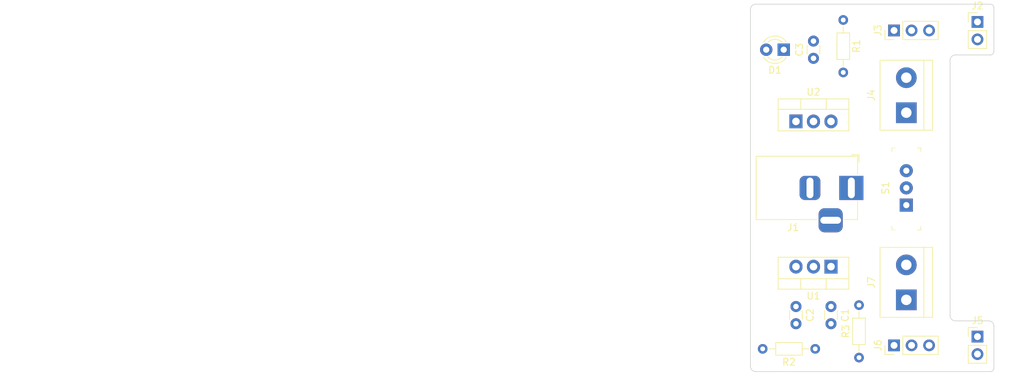
<source format=kicad_pcb>
(kicad_pcb (version 20211014) (generator pcbnew)
  (layers (0 "F.Cu" signal) (31 "B.Cu" signal) (34 "B.Paste" user) (35 "F.Paste" user) (36 "B.SilkS" user "B.Silkscreen") (37 "F.SilkS" user "F.Silkscreen") (38 "B.Mask" user) (39 "F.Mask" user) (44 "Edge.Cuts" user))
  (net 0 "")
  (net 1 "+12V")
  (net 2 "GND")
  (net 3 "+5V")
  (net 4 "+3.3V")
  (net 5 "Net-(D1-Pad1)")
  (net 6 "Net-(J1-Pad1)")
  (net 7 "/Output_1")
  (net 8 "/Output_2")
  (net 9 "/ADJ")
  (footprint "digikey-footprints:Switch_Slide_11.6x4mm_EG1218" (layer "F.Cu") (at 118.11 98.766 90)
    (fp_text reference "S1" (at 2.49 -3.02 90) (layer "F.SilkS"))
    (fp_text value "EG1218")
    (fp_line (start -3.6 2.1) (end -3.1 2.1) (layer "F.SilkS") (width 0.1))
    (fp_line (start -3.6 -2.1) (end -3.1 -2.1) (layer "F.SilkS") (width 0.1))
    (fp_line (start -3.6 -2.1) (end -3.6 -1.6) (layer "F.SilkS") (width 0.1))
    (fp_line (start 8.3 -2.1) (end 8.3 -1.6) (layer "F.SilkS") (width 0.1))
    (fp_line (start 8.3 2.1) (end 7.8 2.1) (layer "F.SilkS") (width 0.1))
    (fp_line (start 8.3 2.1) (end 8.3 1.6) (layer "F.SilkS") (width 0.1))
    (fp_line (start 8.3 -2.1) (end 7.8 -2.1) (layer "F.SilkS") (width 0.1))
    (fp_line (start -3.6 2.1) (end -3.6 1.6) (layer "F.SilkS") (width 0.1))
    (pad "1" thru_hole rect locked (at 0 0 90) (size 1.9 1.9) (drill 0.9) (layers *.Cu *.Mask) (net 1 "+12V"))
    (pad "2" thru_hole circle locked (at 2.5 0 90) (size 1.9 1.9) (drill 0.9) (layers *.Cu *.Mask) (net 6 "Net-(J1-Pad1)"))
    (pad "3" thru_hole circle locked (at 5 0 90) (size 1.9 1.9) (drill 0.9) (layers *.Cu *.Mask))
  )
  (footprint "Capacitor_THT:C_Disc_D3.0mm_W1.6mm_P2.50mm" (layer "F.Cu") (at 107.188 113.487 -90)
    (fp_text reference "C1" (at 1.25 -2.05 90) (layer "F.SilkS"))
    (fp_text value "10u")
    (fp_line (start 0.621 0.92) (end 1.879 0.92) (layer "F.SilkS") (width 0.12))
    (fp_line (start 0.621 -0.92) (end 1.879 -0.92) (layer "F.SilkS") (width 0.12))
    (pad "1" thru_hole circle (at 0 0 270) (size 1.6 1.6) (drill 0.8) (layers *.Cu *.Mask) (net 1 "+12V"))
    (pad "2" thru_hole circle (at 2.5 0 270) (size 1.6 1.6) (drill 0.8) (layers *.Cu *.Mask) (net 2 "GND"))
  )
  (footprint "Connector_PinHeader_2.54mm:PinHeader_1x02_P2.54mm_Vertical" (layer "F.Cu") (at 128.428 72.1614)
    (fp_text reference "J2" (at 0 -2.33) (layer "F.SilkS"))
    (fp_text value "Conn_01x02_Male")
    (fp_line (start -1.33 1.27) (end 1.33 1.27) (layer "F.SilkS") (width 0.12))
    (fp_line (start 1.33 1.27) (end 1.33 3.87) (layer "F.SilkS") (width 0.12))
    (fp_line (start -1.33 0) (end -1.33 -1.33) (layer "F.SilkS") (width 0.12))
    (fp_line (start -1.33 3.87) (end 1.33 3.87) (layer "F.SilkS") (width 0.12))
    (fp_line (start -1.33 -1.33) (end 0 -1.33) (layer "F.SilkS") (width 0.12))
    (fp_line (start -1.33 1.27) (end -1.33 3.87) (layer "F.SilkS") (width 0.12))
    (pad "1" thru_hole rect locked (at 0 0) (size 1.7 1.7) (drill 1) (layers *.Cu *.Mask) (net 2 "GND"))
    (pad "2" thru_hole oval locked (at 0 2.54) (size 1.7 1.7) (drill 1) (layers *.Cu *.Mask) (net 7 "/Output_1"))
  )
  (footprint "TerminalBlock:TerminalBlock_bornier-2_P5.08mm" (layer "F.Cu") (at 118.11 85.344 90)
    (fp_text reference "J4" (at 2.54 -5.08 90) (layer "F.SilkS"))
    (fp_text value "Screw_Terminal_01x02")
    (fp_line (start 7.62 -3.81) (end -2.54 -3.81) (layer "F.SilkS") (width 0.12))
    (fp_line (start -2.54 3.81) (end 7.62 3.81) (layer "F.SilkS") (width 0.12))
    (fp_line (start 7.62 2.54) (end -2.54 2.54) (layer "F.SilkS") (width 0.12))
    (fp_line (start -2.54 -3.81) (end -2.54 3.81) (layer "F.SilkS") (width 0.12))
    (fp_line (start 7.62 3.81) (end 7.62 -3.81) (layer "F.SilkS") (width 0.12))
    (pad "1" thru_hole rect (at 0 0 90) (size 3 3) (drill 1.52) (layers *.Cu *.Mask) (net 2 "GND"))
    (pad "2" thru_hole circle (at 5.08 0 90) (size 3 3) (drill 1.52) (layers *.Cu *.Mask) (net 7 "/Output_1"))
  )
  (footprint "Connector_PinHeader_2.54mm:PinHeader_1x03_P2.54mm_Vertical" (layer "F.Cu") (at 116.332 73.406 90)
    (fp_text reference "J3" (at 0 -2.33 90) (layer "F.SilkS"))
    (fp_text value "Conn_01x03_Male")
    (fp_line (start -1.33 1.27) (end 1.33 1.27) (layer "F.SilkS") (width 0.12))
    (fp_line (start -1.33 1.27) (end -1.33 6.41) (layer "F.SilkS") (width 0.12))
    (fp_line (start -1.33 6.41) (end 1.33 6.41) (layer "F.SilkS") (width 0.12))
    (fp_line (start 1.33 1.27) (end 1.33 6.41) (layer "F.SilkS") (width 0.12))
    (fp_line (start -1.33 0) (end -1.33 -1.33) (layer "F.SilkS") (width 0.12))
    (fp_line (start -1.33 -1.33) (end 0 -1.33) (layer "F.SilkS") (width 0.12))
    (pad "1" thru_hole rect (at 0 0 90) (size 1.7 1.7) (drill 1) (layers *.Cu *.Mask) (net 3 "+5V"))
    (pad "2" thru_hole oval (at 0 2.54 90) (size 1.7 1.7) (drill 1) (layers *.Cu *.Mask) (net 7 "/Output_1"))
    (pad "3" thru_hole oval (at 0 5.08 90) (size 1.7 1.7) (drill 1) (layers *.Cu *.Mask) (net 4 "+3.3V"))
  )
  (footprint "Connector_PinHeader_2.54mm:PinHeader_1x03_P2.54mm_Vertical" (layer "F.Cu") (at 116.332 119.126 90)
    (fp_text reference "J6" (at 0 -2.33 90) (layer "F.SilkS"))
    (fp_text value "Conn_01x03_Male")
    (fp_line (start -1.33 -1.33) (end 0 -1.33) (layer "F.SilkS") (width 0.12))
    (fp_line (start -1.33 1.27) (end -1.33 6.41) (layer "F.SilkS") (width 0.12))
    (fp_line (start 1.33 1.27) (end 1.33 6.41) (layer "F.SilkS") (width 0.12))
    (fp_line (start -1.33 6.41) (end 1.33 6.41) (layer "F.SilkS") (width 0.12))
    (fp_line (start -1.33 0) (end -1.33 -1.33) (layer "F.SilkS") (width 0.12))
    (fp_line (start -1.33 1.27) (end 1.33 1.27) (layer "F.SilkS") (width 0.12))
    (pad "1" thru_hole rect (at 0 0 90) (size 1.7 1.7) (drill 1) (layers *.Cu *.Mask) (net 3 "+5V"))
    (pad "2" thru_hole oval (at 0 2.54 90) (size 1.7 1.7) (drill 1) (layers *.Cu *.Mask) (net 8 "/Output_2"))
    (pad "3" thru_hole oval (at 0 5.08 90) (size 1.7 1.7) (drill 1) (layers *.Cu *.Mask) (net 4 "+3.3V"))
  )
  (footprint "Resistor_THT:R_Axial_DIN0204_L3.6mm_D1.6mm_P7.62mm_Horizontal" (layer "F.Cu") (at 104.902 119.634 180)
    (fp_text reference "R2" (at 3.81 -1.92) (layer "F.SilkS"))
    (fp_text value "330")
    (fp_line (start 6.68 0) (end 5.73 0) (layer "F.SilkS") (width 0.12))
    (fp_line (start 1.89 0.92) (end 5.73 0.92) (layer "F.SilkS") (width 0.12))
    (fp_line (start 5.73 -0.92) (end 1.89 -0.92) (layer "F.SilkS") (width 0.12))
    (fp_line (start 1.89 -0.92) (end 1.89 0.92) (layer "F.SilkS") (width 0.12))
    (fp_line (start 5.73 0.92) (end 5.73 -0.92) (layer "F.SilkS") (width 0.12))
    (fp_line (start 0.94 0) (end 1.89 0) (layer "F.SilkS") (width 0.12))
    (pad "1" thru_hole circle (at 0 0 180) (size 1.4 1.4) (drill 0.7) (layers *.Cu *.Mask) (net 4 "+3.3V"))
    (pad "2" thru_hole oval (at 7.62 0 180) (size 1.4 1.4) (drill 0.7) (layers *.Cu *.Mask) (net 9 "/ADJ"))
  )
  (footprint "Package_TO_SOT_THT:TO-220-3_Vertical" (layer "F.Cu") (at 102.108 86.614)
    (fp_text reference "U2" (at 2.54 -4.27) (layer "F.SilkS"))
    (fp_text value "LM317_TO-220")
    (fp_line (start 7.66 -3.27) (end 7.66 1.371) (layer "F.SilkS") (width 0.12))
    (fp_line (start 0.69 -3.27) (end 0.69 -1.76) (layer "F.SilkS") (width 0.12))
    (fp_line (start -2.58 1.371) (end 7.66 1.371) (layer "F.SilkS") (width 0.12))
    (fp_line (start -2.58 -1.76) (end 7.66 -1.76) (layer "F.SilkS") (width 0.12))
    (fp_line (start -2.58 -3.27) (end -2.58 1.371) (layer "F.SilkS") (width 0.12))
    (fp_line (start 4.391 -3.27) (end 4.391 -1.76) (layer "F.SilkS") (width 0.12))
    (fp_line (start -2.58 -3.27) (end 7.66 -3.27) (layer "F.SilkS") (width 0.12))
    (pad "1" thru_hole rect (at 0 0) (size 1.905 2) (drill 1.1) (layers *.Cu *.Mask) (net 9 "/ADJ"))
    (pad "2" thru_hole oval (at 2.54 0) (size 1.905 2) (drill 1.1) (layers *.Cu *.Mask) (net 4 "+3.3V"))
    (pad "3" thru_hole oval (at 5.08 0) (size 1.905 2) (drill 1.1) (layers *.Cu *.Mask) (net 1 "+12V"))
  )
  (footprint "Capacitor_THT:C_Disc_D3.0mm_W1.6mm_P2.50mm" (layer "F.Cu") (at 104.648 77.45 90)
    (fp_text reference "C3" (at 1.25 -2.05 90) (layer "F.SilkS"))
    (fp_text value "1u")
    (fp_line (start 0.621 0.92) (end 1.879 0.92) (layer "F.SilkS") (width 0.12))
    (fp_line (start 0.621 -0.92) (end 1.879 -0.92) (layer "F.SilkS") (width 0.12))
    (pad "1" thru_hole circle (at 0 0 90) (size 1.6 1.6) (drill 0.8) (layers *.Cu *.Mask) (net 4 "+3.3V"))
    (pad "2" thru_hole circle (at 2.5 0 90) (size 1.6 1.6) (drill 0.8) (layers *.Cu *.Mask) (net 2 "GND"))
  )
  (footprint "Connector_PinHeader_2.54mm:PinHeader_1x02_P2.54mm_Vertical" (layer "F.Cu") (at 128.428 117.856)
    (fp_text reference "J5" (at 0 -2.33) (layer "F.SilkS"))
    (fp_text value "Conn_01x02_Male")
    (fp_line (start -1.33 1.27) (end -1.33 3.87) (layer "F.SilkS") (width 0.12))
    (fp_line (start -1.33 0) (end -1.33 -1.33) (layer "F.SilkS") (width 0.12))
    (fp_line (start -1.33 -1.33) (end 0 -1.33) (layer "F.SilkS") (width 0.12))
    (fp_line (start 1.33 1.27) (end 1.33 3.87) (layer "F.SilkS") (width 0.12))
    (fp_line (start -1.33 3.87) (end 1.33 3.87) (layer "F.SilkS") (width 0.12))
    (fp_line (start -1.33 1.27) (end 1.33 1.27) (layer "F.SilkS") (width 0.12))
    (pad "1" thru_hole rect locked (at 0 0) (size 1.7 1.7) (drill 1) (layers *.Cu *.Mask) (net 2 "GND"))
    (pad "2" thru_hole oval locked (at 0 2.54) (size 1.7 1.7) (drill 1) (layers *.Cu *.Mask) (net 8 "/Output_2"))
  )
  (footprint "Package_TO_SOT_THT:TO-220-3_Vertical" (layer "F.Cu") (at 107.188 107.696 180)
    (fp_text reference "U1" (at 2.54 -4.27) (layer "F.SilkS"))
    (fp_text value "LM7805_TO220")
    (fp_line (start -2.58 -3.27) (end -2.58 1.371) (layer "F.SilkS") (width 0.12))
    (fp_line (start -2.58 -1.76) (end 7.66 -1.76) (layer "F.SilkS") (width 0.12))
    (fp_line (start 0.69 -3.27) (end 0.69 -1.76) (layer "F.SilkS") (width 0.12))
    (fp_line (start -2.58 -3.27) (end 7.66 -3.27) (layer "F.SilkS") (width 0.12))
    (fp_line (start 7.66 -3.27) (end 7.66 1.371) (layer "F.SilkS") (width 0.12))
    (fp_line (start -2.58 1.371) (end 7.66 1.371) (layer "F.SilkS") (width 0.12))
    (fp_line (start 4.391 -3.27) (end 4.391 -1.76) (layer "F.SilkS") (width 0.12))
    (pad "1" thru_hole rect (at 0 0 180) (size 1.905 2) (drill 1.1) (layers *.Cu *.Mask) (net 1 "+12V"))
    (pad "2" thru_hole oval (at 2.54 0 180) (size 1.905 2) (drill 1.1) (layers *.Cu *.Mask) (net 2 "GND"))
    (pad "3" thru_hole oval (at 5.08 0 180) (size 1.905 2) (drill 1.1) (layers *.Cu *.Mask) (net 3 "+5V"))
  )
  (footprint "LED_THT:LED_D3.0mm" (layer "F.Cu") (at 100.335 76.2 180)
    (fp_text reference "D1" (at 1.27 -2.96) (layer "F.SilkS"))
    (fp_text value "LED")
    (fp_line (start -0.29 -1.236) (end -0.29 -1.08) (layer "F.SilkS") (width 0.12))
    (fp_line (start -0.29 1.08) (end -0.29 1.236) (layer "F.SilkS") (width 0.12))
    (fp_arc (start -0.29 -1.235516) (mid 1.366487 -1.987659) (end 2.942335 -1.078608) (layer "F.SilkS") (width 0.12))
    (fp_arc (start 0.229039 -1.08) (mid 1.270117 -1.5) (end 2.31113 -1.079837) (layer "F.SilkS") (width 0.12))
    (fp_arc (start 2.942335 1.078608) (mid 1.366487 1.987659) (end -0.29 1.235516) (layer "F.SilkS") (width 0.12))
    (fp_arc (start 2.31113 1.079837) (mid 1.270117 1.5) (end 0.229039 1.08) (layer "F.SilkS") (width 0.12))
    (pad "1" thru_hole rect (at 0 0 180) (size 1.8 1.8) (drill 0.9) (layers *.Cu *.Mask) (net 5 "Net-(D1-Pad1)"))
    (pad "2" thru_hole circle (at 2.54 0 180) (size 1.8 1.8) (drill 0.9) (layers *.Cu *.Mask) (net 1 "+12V"))
  )
  (footprint "TerminalBlock:TerminalBlock_bornier-2_P5.08mm" (layer "F.Cu") (at 118.11 112.522 90)
    (fp_text reference "J7" (at 2.54 -5.08 90) (layer "F.SilkS"))
    (fp_text value "Screw_Terminal_01x02")
    (fp_line (start -2.54 3.81) (end 7.62 3.81) (layer "F.SilkS") (width 0.12))
    (fp_line (start 7.62 -3.81) (end -2.54 -3.81) (layer "F.SilkS") (width 0.12))
    (fp_line (start 7.62 2.54) (end -2.54 2.54) (layer "F.SilkS") (width 0.12))
    (fp_line (start -2.54 -3.81) (end -2.54 3.81) (layer "F.SilkS") (width 0.12))
    (fp_line (start 7.62 3.81) (end 7.62 -3.81) (layer "F.SilkS") (width 0.12))
    (pad "1" thru_hole rect (at 0 0 90) (size 3 3) (drill 1.52) (layers *.Cu *.Mask) (net 2 "GND"))
    (pad "2" thru_hole circle (at 5.08 0 90) (size 3 3) (drill 1.52) (layers *.Cu *.Mask) (net 8 "/Output_2"))
  )
  (footprint "Resistor_THT:R_Axial_DIN0204_L3.6mm_D1.6mm_P7.62mm_Horizontal" (layer "F.Cu") (at 111.252 120.904 90)
    (fp_text reference "R3" (at 3.81 -1.92 90) (layer "F.SilkS"))
    (fp_text value "560")
    (fp_line (start 6.68 0) (end 5.73 0) (layer "F.SilkS") (width 0.12))
    (fp_line (start 5.73 0.92) (end 5.73 -0.92) (layer "F.SilkS") (width 0.12))
    (fp_line (start 5.73 -0.92) (end 1.89 -0.92) (layer "F.SilkS") (width 0.12))
    (fp_line (start 0.94 0) (end 1.89 0) (layer "F.SilkS") (width 0.12))
    (fp_line (start 1.89 -0.92) (end 1.89 0.92) (layer "F.SilkS") (width 0.12))
    (fp_line (start 1.89 0.92) (end 5.73 0.92) (layer "F.SilkS") (width 0.12))
    (pad "1" thru_hole circle (at 0 0 90) (size 1.4 1.4) (drill 0.7) (layers *.Cu *.Mask) (net 9 "/ADJ"))
    (pad "2" thru_hole oval (at 7.62 0 90) (size 1.4 1.4) (drill 0.7) (layers *.Cu *.Mask) (net 2 "GND"))
  )
  (footprint "Capacitor_THT:C_Disc_D3.0mm_W1.6mm_P2.50mm" (layer "F.Cu") (at 102.108 113.487 -90)
    (fp_text reference "C2" (at 1.25 -2.05 90) (layer "F.SilkS"))
    (fp_text value "0.1u")
    (fp_line (start 0.621 0.92) (end 1.879 0.92) (layer "F.SilkS") (width 0.12))
    (fp_line (start 0.621 -0.92) (end 1.879 -0.92) (layer "F.SilkS") (width 0.12))
    (pad "1" thru_hole circle (at 0 0 270) (size 1.6 1.6) (drill 0.8) (layers *.Cu *.Mask) (net 3 "+5V"))
    (pad "2" thru_hole circle (at 2.5 0 270) (size 1.6 1.6) (drill 0.8) (layers *.Cu *.Mask) (net 2 "GND"))
  )
  (footprint "Connector_BarrelJack:BarrelJack_Horizontal" (layer "F.Cu") (at 110.14 96.266)
    (fp_text reference "J1" (at -8.45 5.75) (layer "F.SilkS"))
    (fp_text value "Barrel_Jack_Switch")
    (fp_line (start -13.8 -4.6) (end 0.9 -4.6) (layer "F.SilkS") (width 0.12))
    (fp_line (start -13.8 4.6) (end -13.8 -4.6) (layer "F.SilkS") (width 0.12))
    (fp_line (start 0.9 -4.6) (end 0.9 -2) (layer "F.SilkS") (width 0.12))
    (fp_line (start 0.05 -4.8) (end 1.1 -4.8) (layer "F.SilkS") (width 0.12))
    (fp_line (start -5 4.6) (end -13.8 4.6) (layer "F.SilkS") (width 0.12))
    (fp_line (start 0.9 1.9) (end 0.9 4.6) (layer "F.SilkS") (width 0.12))
    (fp_line (start 1.1 -3.75) (end 1.1 -4.8) (layer "F.SilkS") (width 0.12))
    (fp_line (start 0.9 4.6) (end -1 4.6) (layer "F.SilkS") (width 0.12))
    (pad "1" thru_hole rect (at 0 0) (size 3.5 3.5) (drill oval 1 3) (layers *.Cu *.Mask) (net 6 "Net-(J1-Pad1)"))
    (pad "2" thru_hole roundrect (at -6 0) (size 3 3.5) (drill oval 1 3) (layers *.Cu *.Mask) (net 2 "GND"))
    (pad "3" thru_hole roundrect (at -3 4.7) (size 3.5 3.5) (drill oval 3 1) (layers *.Cu *.Mask) (net 2 "GND"))
  )
  (footprint "Resistor_THT:R_Axial_DIN0204_L3.6mm_D1.6mm_P7.62mm_Horizontal" (layer "F.Cu") (at 108.966 71.882 -90)
    (fp_text reference "R1" (at 3.81 -1.92 90) (layer "F.SilkS"))
    (fp_text value "330")
    (fp_line (start 6.68 0) (end 5.73 0) (layer "F.SilkS") (width 0.12))
    (fp_line (start 5.73 0.92) (end 5.73 -0.92) (layer "F.SilkS") (width 0.12))
    (fp_line (start 1.89 0.92) (end 5.73 0.92) (layer "F.SilkS") (width 0.12))
    (fp_line (start 5.73 -0.92) (end 1.89 -0.92) (layer "F.SilkS") (width 0.12))
    (fp_line (start 1.89 -0.92) (end 1.89 0.92) (layer "F.SilkS") (width 0.12))
    (fp_line (start 0.94 0) (end 1.89 0) (layer "F.SilkS") (width 0.12))
    (pad "1" thru_hole circle (at 0 0 270) (size 1.4 1.4) (drill 0.7) (layers *.Cu *.Mask) (net 5 "Net-(D1-Pad1)"))
    (pad "2" thru_hole oval (at 7.62 0 270) (size 1.4 1.4) (drill 0.7) (layers *.Cu *.Mask) (net 2 "GND"))
  )
  (gr_line (start 130.81 70.104) (end 130.81 76.454) (layer "Edge.Cuts") (width 0.1))
  (gr_arc (start 125.222 115.57) (mid 124.683185 115.346815) (end 124.46 114.808) (layer "Edge.Cuts") (width 0.1))
  (gr_line (start 95.504 70.358) (end 95.504 122.174) (layer "Edge.Cuts") (width 0.1))
  (gr_line (start 130.81 122.428) (end 130.81 116.332) (layer "Edge.Cuts") (width 0.1))
  (gr_arc (start 130.81 76.454) (mid 130.66121 76.81321) (end 130.302 76.962) (layer "Edge.Cuts") (width 0.1))
  (gr_arc (start 96.266 122.936) (mid 95.727185 122.712815) (end 95.504 122.174) (layer "Edge.Cuts") (width 0.1))
  (gr_arc (start 130.81 122.428) (mid 130.66121 122.78721) (end 130.302 122.936) (layer "Edge.Cuts") (width 0.1))
  (gr_line (start 130.048 115.57) (end 125.222 115.57) (layer "Edge.Cuts") (width 0.1))
  (gr_arc (start 124.46 77.724) (mid 124.683185 77.185185) (end 125.222 76.962) (layer "Edge.Cuts") (width 0.1))
  (gr_line (start 96.266 122.936) (end 130.302 122.936) (layer "Edge.Cuts") (width 0.1))
  (gr_line (start 124.46 114.808) (end 124.46 77.724) (layer "Edge.Cuts") (width 0.1))
  (gr_line (start 130.302 69.596) (end 96.266 69.596) (layer "Edge.Cuts") (width 0.1))
  (gr_arc (start 95.504 70.358) (mid 95.727185 69.819185) (end 96.266 69.596) (layer "Edge.Cuts") (width 0.1))
  (gr_arc (start 130.048 115.57) (mid 130.586815 115.793185) (end 130.81 116.332) (layer "Edge.Cuts") (width 0.1))
  (gr_line (start 130.302 76.962) (end 125.222 76.962) (layer "Edge.Cuts") (width 0.1))
  (gr_arc (start 130.302 69.596) (mid 130.66121 69.74479) (end 130.81 70.104) (layer "Edge.Cuts") (width 0.1))
)
</source>
